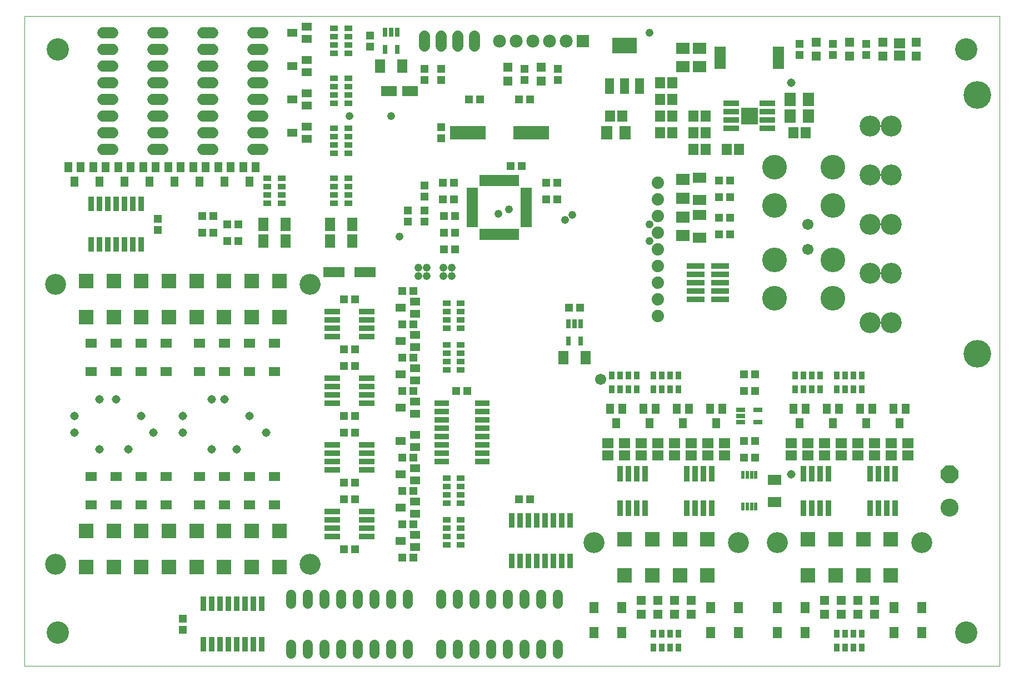
<source format=gts>
G75*
G70*
%OFA0B0*%
%FSLAX24Y24*%
%IPPOS*%
%LPD*%
%AMOC8*
5,1,8,0,0,1.08239X$1,22.5*
%
%ADD10C,0.0000*%
%ADD11R,0.0631X0.0474*%
%ADD12R,0.0513X0.0375*%
%ADD13C,0.0674*%
%ADD14R,0.0474X0.0631*%
%ADD15R,0.0631X0.0789*%
%ADD16R,0.0513X0.0474*%
%ADD17R,0.0340X0.0880*%
%ADD18R,0.0474X0.0513*%
%ADD19R,0.0950X0.0320*%
%ADD20R,0.0907X0.0907*%
%ADD21C,0.1261*%
%ADD22R,0.0659X0.0580*%
%ADD23R,0.0671X0.0592*%
%ADD24R,0.0375X0.0513*%
%ADD25R,0.0320X0.0950*%
%ADD26R,0.0580X0.0659*%
%ADD27R,0.0552X0.0552*%
%ADD28C,0.1661*%
%ADD29R,0.0297X0.0552*%
%ADD30C,0.1480*%
%ADD31R,0.0986X0.0986*%
%ADD32R,0.0592X0.0671*%
%ADD33R,0.0710X0.1379*%
%ADD34R,0.0710X0.0789*%
%ADD35R,0.0789X0.0710*%
%ADD36R,0.0560X0.0960*%
%ADD37R,0.1497X0.0946*%
%ADD38R,0.0241X0.0482*%
%ADD39R,0.0789X0.0631*%
%ADD40R,0.0552X0.0316*%
%ADD41R,0.0880X0.0340*%
%ADD42C,0.0600*%
%ADD43R,0.0780X0.0780*%
%ADD44C,0.0780*%
%ADD45R,0.1104X0.0336*%
%ADD46R,0.0198X0.0710*%
%ADD47R,0.0710X0.0198*%
%ADD48C,0.0740*%
%ADD49R,0.2180X0.0840*%
%ADD50C,0.1340*%
%ADD51R,0.1261X0.0631*%
%ADD52C,0.1080*%
%ADD53OC8,0.1080*%
%ADD54R,0.0946X0.0631*%
%ADD55C,0.0476*%
%ADD56C,0.0516*%
%ADD57C,0.0671*%
D10*
X000655Y001159D02*
X000655Y040159D01*
X059155Y040159D01*
X059155Y001159D01*
X000655Y001159D01*
X002025Y003159D02*
X002027Y003209D01*
X002033Y003259D01*
X002043Y003308D01*
X002057Y003356D01*
X002074Y003403D01*
X002095Y003448D01*
X002120Y003492D01*
X002148Y003533D01*
X002180Y003572D01*
X002214Y003609D01*
X002251Y003643D01*
X002291Y003673D01*
X002333Y003700D01*
X002377Y003724D01*
X002423Y003745D01*
X002470Y003761D01*
X002518Y003774D01*
X002568Y003783D01*
X002617Y003788D01*
X002668Y003789D01*
X002718Y003786D01*
X002767Y003779D01*
X002816Y003768D01*
X002864Y003753D01*
X002910Y003735D01*
X002955Y003713D01*
X002998Y003687D01*
X003039Y003658D01*
X003078Y003626D01*
X003114Y003591D01*
X003146Y003553D01*
X003176Y003513D01*
X003203Y003470D01*
X003226Y003426D01*
X003245Y003380D01*
X003261Y003332D01*
X003273Y003283D01*
X003281Y003234D01*
X003285Y003184D01*
X003285Y003134D01*
X003281Y003084D01*
X003273Y003035D01*
X003261Y002986D01*
X003245Y002938D01*
X003226Y002892D01*
X003203Y002848D01*
X003176Y002805D01*
X003146Y002765D01*
X003114Y002727D01*
X003078Y002692D01*
X003039Y002660D01*
X002998Y002631D01*
X002955Y002605D01*
X002910Y002583D01*
X002864Y002565D01*
X002816Y002550D01*
X002767Y002539D01*
X002718Y002532D01*
X002668Y002529D01*
X002617Y002530D01*
X002568Y002535D01*
X002518Y002544D01*
X002470Y002557D01*
X002423Y002573D01*
X002377Y002594D01*
X002333Y002618D01*
X002291Y002645D01*
X002251Y002675D01*
X002214Y002709D01*
X002180Y002746D01*
X002148Y002785D01*
X002120Y002826D01*
X002095Y002870D01*
X002074Y002915D01*
X002057Y002962D01*
X002043Y003010D01*
X002033Y003059D01*
X002027Y003109D01*
X002025Y003159D01*
X001926Y007257D02*
X001928Y007305D01*
X001934Y007353D01*
X001944Y007400D01*
X001957Y007446D01*
X001975Y007491D01*
X001995Y007535D01*
X002020Y007577D01*
X002048Y007616D01*
X002078Y007653D01*
X002112Y007687D01*
X002149Y007719D01*
X002187Y007748D01*
X002228Y007773D01*
X002271Y007795D01*
X002316Y007813D01*
X002362Y007827D01*
X002409Y007838D01*
X002457Y007845D01*
X002505Y007848D01*
X002553Y007847D01*
X002601Y007842D01*
X002649Y007833D01*
X002695Y007821D01*
X002740Y007804D01*
X002784Y007784D01*
X002826Y007761D01*
X002866Y007734D01*
X002904Y007704D01*
X002939Y007671D01*
X002971Y007635D01*
X003001Y007597D01*
X003027Y007556D01*
X003049Y007513D01*
X003069Y007469D01*
X003084Y007424D01*
X003096Y007377D01*
X003104Y007329D01*
X003108Y007281D01*
X003108Y007233D01*
X003104Y007185D01*
X003096Y007137D01*
X003084Y007090D01*
X003069Y007045D01*
X003049Y007001D01*
X003027Y006958D01*
X003001Y006917D01*
X002971Y006879D01*
X002939Y006843D01*
X002904Y006810D01*
X002866Y006780D01*
X002826Y006753D01*
X002784Y006730D01*
X002740Y006710D01*
X002695Y006693D01*
X002649Y006681D01*
X002601Y006672D01*
X002553Y006667D01*
X002505Y006666D01*
X002457Y006669D01*
X002409Y006676D01*
X002362Y006687D01*
X002316Y006701D01*
X002271Y006719D01*
X002228Y006741D01*
X002187Y006766D01*
X002149Y006795D01*
X002112Y006827D01*
X002078Y006861D01*
X002048Y006898D01*
X002020Y006937D01*
X001995Y006979D01*
X001975Y007023D01*
X001957Y007068D01*
X001944Y007114D01*
X001934Y007161D01*
X001928Y007209D01*
X001926Y007257D01*
X017202Y007257D02*
X017204Y007305D01*
X017210Y007353D01*
X017220Y007400D01*
X017233Y007446D01*
X017251Y007491D01*
X017271Y007535D01*
X017296Y007577D01*
X017324Y007616D01*
X017354Y007653D01*
X017388Y007687D01*
X017425Y007719D01*
X017463Y007748D01*
X017504Y007773D01*
X017547Y007795D01*
X017592Y007813D01*
X017638Y007827D01*
X017685Y007838D01*
X017733Y007845D01*
X017781Y007848D01*
X017829Y007847D01*
X017877Y007842D01*
X017925Y007833D01*
X017971Y007821D01*
X018016Y007804D01*
X018060Y007784D01*
X018102Y007761D01*
X018142Y007734D01*
X018180Y007704D01*
X018215Y007671D01*
X018247Y007635D01*
X018277Y007597D01*
X018303Y007556D01*
X018325Y007513D01*
X018345Y007469D01*
X018360Y007424D01*
X018372Y007377D01*
X018380Y007329D01*
X018384Y007281D01*
X018384Y007233D01*
X018380Y007185D01*
X018372Y007137D01*
X018360Y007090D01*
X018345Y007045D01*
X018325Y007001D01*
X018303Y006958D01*
X018277Y006917D01*
X018247Y006879D01*
X018215Y006843D01*
X018180Y006810D01*
X018142Y006780D01*
X018102Y006753D01*
X018060Y006730D01*
X018016Y006710D01*
X017971Y006693D01*
X017925Y006681D01*
X017877Y006672D01*
X017829Y006667D01*
X017781Y006666D01*
X017733Y006669D01*
X017685Y006676D01*
X017638Y006687D01*
X017592Y006701D01*
X017547Y006719D01*
X017504Y006741D01*
X017463Y006766D01*
X017425Y006795D01*
X017388Y006827D01*
X017354Y006861D01*
X017324Y006898D01*
X017296Y006937D01*
X017271Y006979D01*
X017251Y007023D01*
X017233Y007068D01*
X017220Y007114D01*
X017210Y007161D01*
X017204Y007209D01*
X017202Y007257D01*
X034233Y008561D02*
X034235Y008609D01*
X034241Y008657D01*
X034251Y008704D01*
X034264Y008750D01*
X034282Y008795D01*
X034302Y008839D01*
X034327Y008881D01*
X034355Y008920D01*
X034385Y008957D01*
X034419Y008991D01*
X034456Y009023D01*
X034494Y009052D01*
X034535Y009077D01*
X034578Y009099D01*
X034623Y009117D01*
X034669Y009131D01*
X034716Y009142D01*
X034764Y009149D01*
X034812Y009152D01*
X034860Y009151D01*
X034908Y009146D01*
X034956Y009137D01*
X035002Y009125D01*
X035047Y009108D01*
X035091Y009088D01*
X035133Y009065D01*
X035173Y009038D01*
X035211Y009008D01*
X035246Y008975D01*
X035278Y008939D01*
X035308Y008901D01*
X035334Y008860D01*
X035356Y008817D01*
X035376Y008773D01*
X035391Y008728D01*
X035403Y008681D01*
X035411Y008633D01*
X035415Y008585D01*
X035415Y008537D01*
X035411Y008489D01*
X035403Y008441D01*
X035391Y008394D01*
X035376Y008349D01*
X035356Y008305D01*
X035334Y008262D01*
X035308Y008221D01*
X035278Y008183D01*
X035246Y008147D01*
X035211Y008114D01*
X035173Y008084D01*
X035133Y008057D01*
X035091Y008034D01*
X035047Y008014D01*
X035002Y007997D01*
X034956Y007985D01*
X034908Y007976D01*
X034860Y007971D01*
X034812Y007970D01*
X034764Y007973D01*
X034716Y007980D01*
X034669Y007991D01*
X034623Y008005D01*
X034578Y008023D01*
X034535Y008045D01*
X034494Y008070D01*
X034456Y008099D01*
X034419Y008131D01*
X034385Y008165D01*
X034355Y008202D01*
X034327Y008241D01*
X034302Y008283D01*
X034282Y008327D01*
X034264Y008372D01*
X034251Y008418D01*
X034241Y008465D01*
X034235Y008513D01*
X034233Y008561D01*
X042895Y008561D02*
X042897Y008609D01*
X042903Y008657D01*
X042913Y008704D01*
X042926Y008750D01*
X042944Y008795D01*
X042964Y008839D01*
X042989Y008881D01*
X043017Y008920D01*
X043047Y008957D01*
X043081Y008991D01*
X043118Y009023D01*
X043156Y009052D01*
X043197Y009077D01*
X043240Y009099D01*
X043285Y009117D01*
X043331Y009131D01*
X043378Y009142D01*
X043426Y009149D01*
X043474Y009152D01*
X043522Y009151D01*
X043570Y009146D01*
X043618Y009137D01*
X043664Y009125D01*
X043709Y009108D01*
X043753Y009088D01*
X043795Y009065D01*
X043835Y009038D01*
X043873Y009008D01*
X043908Y008975D01*
X043940Y008939D01*
X043970Y008901D01*
X043996Y008860D01*
X044018Y008817D01*
X044038Y008773D01*
X044053Y008728D01*
X044065Y008681D01*
X044073Y008633D01*
X044077Y008585D01*
X044077Y008537D01*
X044073Y008489D01*
X044065Y008441D01*
X044053Y008394D01*
X044038Y008349D01*
X044018Y008305D01*
X043996Y008262D01*
X043970Y008221D01*
X043940Y008183D01*
X043908Y008147D01*
X043873Y008114D01*
X043835Y008084D01*
X043795Y008057D01*
X043753Y008034D01*
X043709Y008014D01*
X043664Y007997D01*
X043618Y007985D01*
X043570Y007976D01*
X043522Y007971D01*
X043474Y007970D01*
X043426Y007973D01*
X043378Y007980D01*
X043331Y007991D01*
X043285Y008005D01*
X043240Y008023D01*
X043197Y008045D01*
X043156Y008070D01*
X043118Y008099D01*
X043081Y008131D01*
X043047Y008165D01*
X043017Y008202D01*
X042989Y008241D01*
X042964Y008283D01*
X042944Y008327D01*
X042926Y008372D01*
X042913Y008418D01*
X042903Y008465D01*
X042897Y008513D01*
X042895Y008561D01*
X045233Y008561D02*
X045235Y008609D01*
X045241Y008657D01*
X045251Y008704D01*
X045264Y008750D01*
X045282Y008795D01*
X045302Y008839D01*
X045327Y008881D01*
X045355Y008920D01*
X045385Y008957D01*
X045419Y008991D01*
X045456Y009023D01*
X045494Y009052D01*
X045535Y009077D01*
X045578Y009099D01*
X045623Y009117D01*
X045669Y009131D01*
X045716Y009142D01*
X045764Y009149D01*
X045812Y009152D01*
X045860Y009151D01*
X045908Y009146D01*
X045956Y009137D01*
X046002Y009125D01*
X046047Y009108D01*
X046091Y009088D01*
X046133Y009065D01*
X046173Y009038D01*
X046211Y009008D01*
X046246Y008975D01*
X046278Y008939D01*
X046308Y008901D01*
X046334Y008860D01*
X046356Y008817D01*
X046376Y008773D01*
X046391Y008728D01*
X046403Y008681D01*
X046411Y008633D01*
X046415Y008585D01*
X046415Y008537D01*
X046411Y008489D01*
X046403Y008441D01*
X046391Y008394D01*
X046376Y008349D01*
X046356Y008305D01*
X046334Y008262D01*
X046308Y008221D01*
X046278Y008183D01*
X046246Y008147D01*
X046211Y008114D01*
X046173Y008084D01*
X046133Y008057D01*
X046091Y008034D01*
X046047Y008014D01*
X046002Y007997D01*
X045956Y007985D01*
X045908Y007976D01*
X045860Y007971D01*
X045812Y007970D01*
X045764Y007973D01*
X045716Y007980D01*
X045669Y007991D01*
X045623Y008005D01*
X045578Y008023D01*
X045535Y008045D01*
X045494Y008070D01*
X045456Y008099D01*
X045419Y008131D01*
X045385Y008165D01*
X045355Y008202D01*
X045327Y008241D01*
X045302Y008283D01*
X045282Y008327D01*
X045264Y008372D01*
X045251Y008418D01*
X045241Y008465D01*
X045235Y008513D01*
X045233Y008561D01*
X053895Y008561D02*
X053897Y008609D01*
X053903Y008657D01*
X053913Y008704D01*
X053926Y008750D01*
X053944Y008795D01*
X053964Y008839D01*
X053989Y008881D01*
X054017Y008920D01*
X054047Y008957D01*
X054081Y008991D01*
X054118Y009023D01*
X054156Y009052D01*
X054197Y009077D01*
X054240Y009099D01*
X054285Y009117D01*
X054331Y009131D01*
X054378Y009142D01*
X054426Y009149D01*
X054474Y009152D01*
X054522Y009151D01*
X054570Y009146D01*
X054618Y009137D01*
X054664Y009125D01*
X054709Y009108D01*
X054753Y009088D01*
X054795Y009065D01*
X054835Y009038D01*
X054873Y009008D01*
X054908Y008975D01*
X054940Y008939D01*
X054970Y008901D01*
X054996Y008860D01*
X055018Y008817D01*
X055038Y008773D01*
X055053Y008728D01*
X055065Y008681D01*
X055073Y008633D01*
X055077Y008585D01*
X055077Y008537D01*
X055073Y008489D01*
X055065Y008441D01*
X055053Y008394D01*
X055038Y008349D01*
X055018Y008305D01*
X054996Y008262D01*
X054970Y008221D01*
X054940Y008183D01*
X054908Y008147D01*
X054873Y008114D01*
X054835Y008084D01*
X054795Y008057D01*
X054753Y008034D01*
X054709Y008014D01*
X054664Y007997D01*
X054618Y007985D01*
X054570Y007976D01*
X054522Y007971D01*
X054474Y007970D01*
X054426Y007973D01*
X054378Y007980D01*
X054331Y007991D01*
X054285Y008005D01*
X054240Y008023D01*
X054197Y008045D01*
X054156Y008070D01*
X054118Y008099D01*
X054081Y008131D01*
X054047Y008165D01*
X054017Y008202D01*
X053989Y008241D01*
X053964Y008283D01*
X053944Y008327D01*
X053926Y008372D01*
X053913Y008418D01*
X053903Y008465D01*
X053897Y008513D01*
X053895Y008561D01*
X056525Y003159D02*
X056527Y003209D01*
X056533Y003259D01*
X056543Y003308D01*
X056557Y003356D01*
X056574Y003403D01*
X056595Y003448D01*
X056620Y003492D01*
X056648Y003533D01*
X056680Y003572D01*
X056714Y003609D01*
X056751Y003643D01*
X056791Y003673D01*
X056833Y003700D01*
X056877Y003724D01*
X056923Y003745D01*
X056970Y003761D01*
X057018Y003774D01*
X057068Y003783D01*
X057117Y003788D01*
X057168Y003789D01*
X057218Y003786D01*
X057267Y003779D01*
X057316Y003768D01*
X057364Y003753D01*
X057410Y003735D01*
X057455Y003713D01*
X057498Y003687D01*
X057539Y003658D01*
X057578Y003626D01*
X057614Y003591D01*
X057646Y003553D01*
X057676Y003513D01*
X057703Y003470D01*
X057726Y003426D01*
X057745Y003380D01*
X057761Y003332D01*
X057773Y003283D01*
X057781Y003234D01*
X057785Y003184D01*
X057785Y003134D01*
X057781Y003084D01*
X057773Y003035D01*
X057761Y002986D01*
X057745Y002938D01*
X057726Y002892D01*
X057703Y002848D01*
X057676Y002805D01*
X057646Y002765D01*
X057614Y002727D01*
X057578Y002692D01*
X057539Y002660D01*
X057498Y002631D01*
X057455Y002605D01*
X057410Y002583D01*
X057364Y002565D01*
X057316Y002550D01*
X057267Y002539D01*
X057218Y002532D01*
X057168Y002529D01*
X057117Y002530D01*
X057068Y002535D01*
X057018Y002544D01*
X056970Y002557D01*
X056923Y002573D01*
X056877Y002594D01*
X056833Y002618D01*
X056791Y002645D01*
X056751Y002675D01*
X056714Y002709D01*
X056680Y002746D01*
X056648Y002785D01*
X056620Y002826D01*
X056595Y002870D01*
X056574Y002915D01*
X056557Y002962D01*
X056543Y003010D01*
X056533Y003059D01*
X056527Y003109D01*
X056525Y003159D01*
X017202Y024061D02*
X017204Y024109D01*
X017210Y024157D01*
X017220Y024204D01*
X017233Y024250D01*
X017251Y024295D01*
X017271Y024339D01*
X017296Y024381D01*
X017324Y024420D01*
X017354Y024457D01*
X017388Y024491D01*
X017425Y024523D01*
X017463Y024552D01*
X017504Y024577D01*
X017547Y024599D01*
X017592Y024617D01*
X017638Y024631D01*
X017685Y024642D01*
X017733Y024649D01*
X017781Y024652D01*
X017829Y024651D01*
X017877Y024646D01*
X017925Y024637D01*
X017971Y024625D01*
X018016Y024608D01*
X018060Y024588D01*
X018102Y024565D01*
X018142Y024538D01*
X018180Y024508D01*
X018215Y024475D01*
X018247Y024439D01*
X018277Y024401D01*
X018303Y024360D01*
X018325Y024317D01*
X018345Y024273D01*
X018360Y024228D01*
X018372Y024181D01*
X018380Y024133D01*
X018384Y024085D01*
X018384Y024037D01*
X018380Y023989D01*
X018372Y023941D01*
X018360Y023894D01*
X018345Y023849D01*
X018325Y023805D01*
X018303Y023762D01*
X018277Y023721D01*
X018247Y023683D01*
X018215Y023647D01*
X018180Y023614D01*
X018142Y023584D01*
X018102Y023557D01*
X018060Y023534D01*
X018016Y023514D01*
X017971Y023497D01*
X017925Y023485D01*
X017877Y023476D01*
X017829Y023471D01*
X017781Y023470D01*
X017733Y023473D01*
X017685Y023480D01*
X017638Y023491D01*
X017592Y023505D01*
X017547Y023523D01*
X017504Y023545D01*
X017463Y023570D01*
X017425Y023599D01*
X017388Y023631D01*
X017354Y023665D01*
X017324Y023702D01*
X017296Y023741D01*
X017271Y023783D01*
X017251Y023827D01*
X017233Y023872D01*
X017220Y023918D01*
X017210Y023965D01*
X017204Y024013D01*
X017202Y024061D01*
X001926Y024061D02*
X001928Y024109D01*
X001934Y024157D01*
X001944Y024204D01*
X001957Y024250D01*
X001975Y024295D01*
X001995Y024339D01*
X002020Y024381D01*
X002048Y024420D01*
X002078Y024457D01*
X002112Y024491D01*
X002149Y024523D01*
X002187Y024552D01*
X002228Y024577D01*
X002271Y024599D01*
X002316Y024617D01*
X002362Y024631D01*
X002409Y024642D01*
X002457Y024649D01*
X002505Y024652D01*
X002553Y024651D01*
X002601Y024646D01*
X002649Y024637D01*
X002695Y024625D01*
X002740Y024608D01*
X002784Y024588D01*
X002826Y024565D01*
X002866Y024538D01*
X002904Y024508D01*
X002939Y024475D01*
X002971Y024439D01*
X003001Y024401D01*
X003027Y024360D01*
X003049Y024317D01*
X003069Y024273D01*
X003084Y024228D01*
X003096Y024181D01*
X003104Y024133D01*
X003108Y024085D01*
X003108Y024037D01*
X003104Y023989D01*
X003096Y023941D01*
X003084Y023894D01*
X003069Y023849D01*
X003049Y023805D01*
X003027Y023762D01*
X003001Y023721D01*
X002971Y023683D01*
X002939Y023647D01*
X002904Y023614D01*
X002866Y023584D01*
X002826Y023557D01*
X002784Y023534D01*
X002740Y023514D01*
X002695Y023497D01*
X002649Y023485D01*
X002601Y023476D01*
X002553Y023471D01*
X002505Y023470D01*
X002457Y023473D01*
X002409Y023480D01*
X002362Y023491D01*
X002316Y023505D01*
X002271Y023523D01*
X002228Y023545D01*
X002187Y023570D01*
X002149Y023599D01*
X002112Y023631D01*
X002078Y023665D01*
X002048Y023702D01*
X002020Y023741D01*
X001995Y023783D01*
X001975Y023827D01*
X001957Y023872D01*
X001944Y023918D01*
X001934Y023965D01*
X001928Y024013D01*
X001926Y024061D01*
X002025Y038159D02*
X002027Y038209D01*
X002033Y038259D01*
X002043Y038308D01*
X002057Y038356D01*
X002074Y038403D01*
X002095Y038448D01*
X002120Y038492D01*
X002148Y038533D01*
X002180Y038572D01*
X002214Y038609D01*
X002251Y038643D01*
X002291Y038673D01*
X002333Y038700D01*
X002377Y038724D01*
X002423Y038745D01*
X002470Y038761D01*
X002518Y038774D01*
X002568Y038783D01*
X002617Y038788D01*
X002668Y038789D01*
X002718Y038786D01*
X002767Y038779D01*
X002816Y038768D01*
X002864Y038753D01*
X002910Y038735D01*
X002955Y038713D01*
X002998Y038687D01*
X003039Y038658D01*
X003078Y038626D01*
X003114Y038591D01*
X003146Y038553D01*
X003176Y038513D01*
X003203Y038470D01*
X003226Y038426D01*
X003245Y038380D01*
X003261Y038332D01*
X003273Y038283D01*
X003281Y038234D01*
X003285Y038184D01*
X003285Y038134D01*
X003281Y038084D01*
X003273Y038035D01*
X003261Y037986D01*
X003245Y037938D01*
X003226Y037892D01*
X003203Y037848D01*
X003176Y037805D01*
X003146Y037765D01*
X003114Y037727D01*
X003078Y037692D01*
X003039Y037660D01*
X002998Y037631D01*
X002955Y037605D01*
X002910Y037583D01*
X002864Y037565D01*
X002816Y037550D01*
X002767Y037539D01*
X002718Y037532D01*
X002668Y037529D01*
X002617Y037530D01*
X002568Y037535D01*
X002518Y037544D01*
X002470Y037557D01*
X002423Y037573D01*
X002377Y037594D01*
X002333Y037618D01*
X002291Y037645D01*
X002251Y037675D01*
X002214Y037709D01*
X002180Y037746D01*
X002148Y037785D01*
X002120Y037826D01*
X002095Y037870D01*
X002074Y037915D01*
X002057Y037962D01*
X002043Y038010D01*
X002033Y038059D01*
X002027Y038109D01*
X002025Y038159D01*
X056525Y038159D02*
X056527Y038209D01*
X056533Y038259D01*
X056543Y038308D01*
X056557Y038356D01*
X056574Y038403D01*
X056595Y038448D01*
X056620Y038492D01*
X056648Y038533D01*
X056680Y038572D01*
X056714Y038609D01*
X056751Y038643D01*
X056791Y038673D01*
X056833Y038700D01*
X056877Y038724D01*
X056923Y038745D01*
X056970Y038761D01*
X057018Y038774D01*
X057068Y038783D01*
X057117Y038788D01*
X057168Y038789D01*
X057218Y038786D01*
X057267Y038779D01*
X057316Y038768D01*
X057364Y038753D01*
X057410Y038735D01*
X057455Y038713D01*
X057498Y038687D01*
X057539Y038658D01*
X057578Y038626D01*
X057614Y038591D01*
X057646Y038553D01*
X057676Y038513D01*
X057703Y038470D01*
X057726Y038426D01*
X057745Y038380D01*
X057761Y038332D01*
X057773Y038283D01*
X057781Y038234D01*
X057785Y038184D01*
X057785Y038134D01*
X057781Y038084D01*
X057773Y038035D01*
X057761Y037986D01*
X057745Y037938D01*
X057726Y037892D01*
X057703Y037848D01*
X057676Y037805D01*
X057646Y037765D01*
X057614Y037727D01*
X057578Y037692D01*
X057539Y037660D01*
X057498Y037631D01*
X057455Y037605D01*
X057410Y037583D01*
X057364Y037565D01*
X057316Y037550D01*
X057267Y037539D01*
X057218Y037532D01*
X057168Y037529D01*
X057117Y037530D01*
X057068Y037535D01*
X057018Y037544D01*
X056970Y037557D01*
X056923Y037573D01*
X056877Y037594D01*
X056833Y037618D01*
X056791Y037645D01*
X056751Y037675D01*
X056714Y037709D01*
X056680Y037746D01*
X056648Y037785D01*
X056620Y037826D01*
X056595Y037870D01*
X056574Y037915D01*
X056557Y037962D01*
X056543Y038010D01*
X056533Y038059D01*
X056527Y038109D01*
X056525Y038159D01*
D11*
X024088Y023033D03*
X024088Y022285D03*
X023222Y022659D03*
X024088Y021033D03*
X024088Y020285D03*
X023222Y020659D03*
X024088Y019033D03*
X024088Y018285D03*
X023222Y018659D03*
X024088Y017033D03*
X024088Y016285D03*
X023222Y016659D03*
X024088Y015033D03*
X024088Y014285D03*
X023222Y014659D03*
X024088Y013033D03*
X024088Y012285D03*
X023222Y012659D03*
X024088Y011033D03*
X024088Y010285D03*
X023222Y010659D03*
X024088Y009033D03*
X024088Y008285D03*
X023222Y008659D03*
X017588Y032785D03*
X017588Y033533D03*
X016722Y033159D03*
X017588Y034785D03*
X017588Y035533D03*
X016722Y035159D03*
X017588Y036785D03*
X017588Y037533D03*
X016722Y037159D03*
X017588Y038785D03*
X017588Y039533D03*
X016722Y039159D03*
D12*
X019234Y038909D03*
X019234Y039409D03*
X020076Y039409D03*
X020076Y038909D03*
X020076Y038409D03*
X020076Y037909D03*
X019234Y037909D03*
X019234Y038409D03*
X019234Y036409D03*
X019234Y035909D03*
X019234Y035409D03*
X019234Y034909D03*
X020076Y034909D03*
X020076Y035409D03*
X020076Y035909D03*
X020076Y036409D03*
X020076Y033409D03*
X020076Y032909D03*
X020076Y032409D03*
X019234Y032409D03*
X019234Y032909D03*
X019234Y033409D03*
X019234Y031909D03*
X020076Y031909D03*
X020076Y030409D03*
X020076Y029909D03*
X019234Y029909D03*
X019234Y030409D03*
X019234Y029409D03*
X019234Y028909D03*
X020076Y028909D03*
X020076Y029409D03*
X016076Y029409D03*
X016076Y028909D03*
X015234Y028909D03*
X015234Y029409D03*
X015234Y029909D03*
X015234Y030409D03*
X016076Y030409D03*
X016076Y029909D03*
X025984Y022909D03*
X025984Y022409D03*
X025984Y021909D03*
X025984Y021409D03*
X026826Y021409D03*
X026826Y021909D03*
X026826Y022409D03*
X026826Y022909D03*
X026826Y020409D03*
X026826Y019909D03*
X026826Y019409D03*
X026826Y018909D03*
X025984Y018909D03*
X025984Y019409D03*
X025984Y019909D03*
X025984Y020409D03*
X025984Y012409D03*
X025984Y011909D03*
X026826Y011909D03*
X026826Y012409D03*
X026826Y011409D03*
X026826Y010909D03*
X025984Y010909D03*
X025984Y011409D03*
X025984Y009909D03*
X026826Y009909D03*
X026826Y009409D03*
X026826Y008909D03*
X026826Y008409D03*
X025984Y008409D03*
X025984Y008909D03*
X025984Y009409D03*
D13*
X014952Y032159D02*
X014358Y032159D01*
X014358Y033159D02*
X014952Y033159D01*
X014952Y034159D02*
X014358Y034159D01*
X014358Y035159D02*
X014952Y035159D01*
X014952Y036159D02*
X014358Y036159D01*
X014358Y037159D02*
X014952Y037159D01*
X014952Y038159D02*
X014358Y038159D01*
X014358Y039159D02*
X014952Y039159D01*
X011952Y039159D02*
X011358Y039159D01*
X011358Y038159D02*
X011952Y038159D01*
X011952Y037159D02*
X011358Y037159D01*
X011358Y036159D02*
X011952Y036159D01*
X011952Y035159D02*
X011358Y035159D01*
X011358Y034159D02*
X011952Y034159D01*
X011952Y033159D02*
X011358Y033159D01*
X011358Y032159D02*
X011952Y032159D01*
X008952Y032159D02*
X008358Y032159D01*
X008358Y033159D02*
X008952Y033159D01*
X008952Y034159D02*
X008358Y034159D01*
X008358Y035159D02*
X008952Y035159D01*
X008952Y036159D02*
X008358Y036159D01*
X008358Y037159D02*
X008952Y037159D01*
X008952Y038159D02*
X008358Y038159D01*
X008358Y039159D02*
X008952Y039159D01*
X005952Y039159D02*
X005358Y039159D01*
X005358Y038159D02*
X005952Y038159D01*
X005952Y037159D02*
X005358Y037159D01*
X005358Y036159D02*
X005952Y036159D01*
X005952Y035159D02*
X005358Y035159D01*
X005358Y034159D02*
X005952Y034159D01*
X005952Y033159D02*
X005358Y033159D01*
X005358Y032159D02*
X005952Y032159D01*
X024655Y038362D02*
X024655Y038956D01*
X025655Y038956D02*
X025655Y038362D01*
X026655Y038362D02*
X026655Y038956D01*
X027655Y038956D02*
X027655Y038362D01*
D14*
X014529Y031092D03*
X013781Y031092D03*
X013029Y031092D03*
X012281Y031092D03*
X011529Y031092D03*
X010781Y031092D03*
X010029Y031092D03*
X009281Y031092D03*
X008529Y031092D03*
X007781Y031092D03*
X007029Y031092D03*
X006281Y031092D03*
X005529Y031092D03*
X004781Y031092D03*
X004029Y031092D03*
X003281Y031092D03*
X003655Y030226D03*
X005155Y030226D03*
X006655Y030226D03*
X008155Y030226D03*
X009655Y030226D03*
X011155Y030226D03*
X012655Y030226D03*
X014155Y030226D03*
X035781Y016592D03*
X036529Y016592D03*
X036155Y015726D03*
X037781Y016592D03*
X038529Y016592D03*
X038155Y015726D03*
X039781Y016592D03*
X040529Y016592D03*
X040155Y015726D03*
X041781Y016592D03*
X042529Y016592D03*
X042155Y015726D03*
X046781Y016592D03*
X047529Y016592D03*
X047155Y015726D03*
X048781Y016592D03*
X049529Y016592D03*
X049155Y015726D03*
X050781Y016592D03*
X051529Y016592D03*
X051155Y015726D03*
X052781Y016592D03*
X053529Y016592D03*
X053155Y015726D03*
D15*
X034324Y019659D03*
X032986Y019659D03*
X020324Y026659D03*
X020324Y027659D03*
X018986Y027659D03*
X018986Y026659D03*
X016324Y026659D03*
X016324Y027659D03*
X014986Y027659D03*
X014986Y026659D03*
X021986Y037159D03*
X023324Y037159D03*
D16*
X024655Y036994D03*
X025655Y036994D03*
X025655Y036324D03*
X024655Y036324D03*
X027320Y035159D03*
X027990Y035159D03*
X030320Y035159D03*
X030990Y035159D03*
X030655Y036324D03*
X030655Y036994D03*
X032655Y036994D03*
X032655Y036324D03*
X032615Y030159D03*
X031945Y030159D03*
X031945Y029159D03*
X032615Y029159D03*
X026427Y029159D03*
X025758Y029159D03*
X025758Y030159D03*
X026427Y030159D03*
X024655Y029994D03*
X024655Y029324D03*
X024655Y028494D03*
X024655Y027824D03*
X025820Y028159D03*
X026490Y028159D03*
X033320Y022659D03*
X033990Y022659D03*
X027240Y017659D03*
X026570Y017659D03*
X030320Y011159D03*
X030990Y011159D03*
X043820Y013659D03*
X044490Y013659D03*
X044490Y017659D03*
X043820Y017659D03*
X047155Y037824D03*
X047155Y038494D03*
X049155Y038494D03*
X049155Y037824D03*
X051155Y037824D03*
X051155Y038494D03*
X013490Y027659D03*
X012820Y027659D03*
X011990Y027159D03*
X012820Y026659D03*
X013490Y026659D03*
X011990Y028159D03*
X011320Y028159D03*
X011320Y027159D03*
D17*
X007655Y026449D03*
X007155Y026449D03*
X006655Y026449D03*
X006155Y026449D03*
X005655Y026449D03*
X005155Y026449D03*
X004655Y026449D03*
X004655Y028869D03*
X005155Y028869D03*
X005655Y028869D03*
X006155Y028869D03*
X006655Y028869D03*
X007155Y028869D03*
X007655Y028869D03*
X029905Y009869D03*
X030405Y009869D03*
X030905Y009869D03*
X031405Y009869D03*
X031905Y009869D03*
X032405Y009869D03*
X032905Y009869D03*
X033405Y009869D03*
X033405Y007449D03*
X032905Y007449D03*
X032405Y007449D03*
X031905Y007449D03*
X031405Y007449D03*
X030905Y007449D03*
X030405Y007449D03*
X029905Y007449D03*
X014905Y004869D03*
X014405Y004869D03*
X013905Y004869D03*
X013405Y004869D03*
X012905Y004869D03*
X012405Y004869D03*
X011905Y004869D03*
X011405Y004869D03*
X011405Y002449D03*
X011905Y002449D03*
X012405Y002449D03*
X012905Y002449D03*
X013405Y002449D03*
X013905Y002449D03*
X014405Y002449D03*
X014905Y002449D03*
D18*
X010155Y003324D03*
X010155Y003994D03*
X019820Y008159D03*
X020490Y008159D03*
X023320Y007659D03*
X023990Y007659D03*
X023990Y009659D03*
X023320Y009659D03*
X020490Y011159D03*
X019820Y011159D03*
X019820Y012159D03*
X020490Y012159D03*
X023320Y011659D03*
X023990Y011659D03*
X023990Y013659D03*
X023320Y013659D03*
X020490Y015159D03*
X019820Y015159D03*
X019820Y016159D03*
X020490Y016159D03*
X023320Y017659D03*
X023990Y017659D03*
X023990Y019659D03*
X023320Y019659D03*
X020490Y019159D03*
X019820Y019159D03*
X019820Y020159D03*
X020490Y020159D03*
X023320Y021659D03*
X023990Y021659D03*
X023990Y023659D03*
X023320Y023659D03*
X020490Y023159D03*
X019820Y023159D03*
X025820Y026159D03*
X026490Y026159D03*
X026490Y027159D03*
X025820Y027159D03*
X023655Y027824D03*
X023655Y028494D03*
X029820Y031159D03*
X030490Y031159D03*
X025655Y032824D03*
X025655Y033494D03*
X021405Y038324D03*
X021405Y038994D03*
X008655Y027994D03*
X008655Y027324D03*
X042320Y027034D03*
X042990Y027034D03*
X042990Y028034D03*
X042320Y028034D03*
X042320Y029284D03*
X042990Y029284D03*
X042990Y030284D03*
X042320Y030284D03*
X043820Y018659D03*
X044490Y018659D03*
X044490Y014659D03*
X043820Y014659D03*
D19*
X021185Y014409D03*
X021185Y013909D03*
X021185Y013409D03*
X021185Y012909D03*
X019125Y012909D03*
X019125Y013409D03*
X019125Y013909D03*
X019125Y014409D03*
X019125Y016909D03*
X019125Y017409D03*
X019125Y017909D03*
X019125Y018409D03*
X021185Y018409D03*
X021185Y017909D03*
X021185Y017409D03*
X021185Y016909D03*
X021185Y020909D03*
X021185Y021409D03*
X021185Y021909D03*
X021185Y022409D03*
X019125Y022409D03*
X019125Y021909D03*
X019125Y021409D03*
X019125Y020909D03*
X019125Y010409D03*
X019125Y009909D03*
X019125Y009409D03*
X019125Y008909D03*
X021185Y008909D03*
X021185Y009409D03*
X021185Y009909D03*
X021185Y010409D03*
X043072Y033409D03*
X043072Y033909D03*
X043072Y034409D03*
X043072Y034909D03*
X045238Y034909D03*
X045238Y034409D03*
X045238Y033909D03*
X045238Y033409D03*
D20*
X015943Y024242D03*
X014289Y024242D03*
X012635Y024242D03*
X010982Y024242D03*
X009328Y024242D03*
X007675Y024242D03*
X006021Y024242D03*
X004368Y024242D03*
X004368Y022076D03*
X006021Y022076D03*
X007675Y022076D03*
X009328Y022076D03*
X010982Y022076D03*
X012635Y022076D03*
X014289Y022076D03*
X015943Y022076D03*
X015943Y009242D03*
X014289Y009242D03*
X012635Y009242D03*
X010982Y009242D03*
X009328Y009242D03*
X007675Y009242D03*
X006021Y009242D03*
X004368Y009242D03*
X004368Y007076D03*
X006021Y007076D03*
X007675Y007076D03*
X009328Y007076D03*
X010982Y007076D03*
X012635Y007076D03*
X014289Y007076D03*
X015943Y007076D03*
X036675Y006576D03*
X038328Y006576D03*
X039982Y006576D03*
X041635Y006576D03*
X041635Y008742D03*
X039982Y008742D03*
X038328Y008742D03*
X036675Y008742D03*
X047675Y008742D03*
X049328Y008742D03*
X050982Y008742D03*
X052635Y008742D03*
X052635Y006576D03*
X050982Y006576D03*
X049328Y006576D03*
X047675Y006576D03*
D21*
X045824Y008561D03*
X043486Y008561D03*
X034824Y008561D03*
X017793Y007257D03*
X002517Y007257D03*
X002517Y024061D03*
X017793Y024061D03*
X051403Y024710D03*
X052655Y024710D03*
X052655Y021761D03*
X051403Y021761D03*
X051403Y027659D03*
X052655Y027659D03*
X052655Y030608D03*
X051403Y030608D03*
X051403Y033557D03*
X052655Y033557D03*
X054486Y008561D03*
D22*
X015655Y010813D03*
X014155Y010813D03*
X012655Y010813D03*
X011155Y010813D03*
X009155Y010813D03*
X007655Y010813D03*
X006155Y010813D03*
X004655Y010813D03*
X004655Y012506D03*
X006155Y012506D03*
X007655Y012506D03*
X009155Y012506D03*
X011155Y012506D03*
X012655Y012506D03*
X014155Y012506D03*
X015655Y012506D03*
X015655Y018813D03*
X014155Y018813D03*
X012655Y018813D03*
X011155Y018813D03*
X009155Y018813D03*
X007655Y018813D03*
X006155Y018813D03*
X004655Y018813D03*
X004655Y020506D03*
X006155Y020506D03*
X007655Y020506D03*
X009155Y020506D03*
X011155Y020506D03*
X012655Y020506D03*
X014155Y020506D03*
X015655Y020506D03*
D23*
X035655Y014533D03*
X035655Y013785D03*
X036655Y013785D03*
X037655Y013785D03*
X037655Y014533D03*
X036655Y014533D03*
X038655Y014533D03*
X038655Y013785D03*
X039655Y013785D03*
X040655Y013785D03*
X040655Y014533D03*
X039655Y014533D03*
X041655Y014533D03*
X041655Y013785D03*
X042655Y013785D03*
X042655Y014533D03*
X046655Y014533D03*
X047655Y014533D03*
X047655Y013785D03*
X046655Y013785D03*
X048655Y013785D03*
X048655Y014533D03*
X049655Y014533D03*
X050655Y014533D03*
X050655Y013785D03*
X049655Y013785D03*
X051655Y013785D03*
X051655Y014533D03*
X052655Y014533D03*
X053655Y014533D03*
X053655Y013785D03*
X052655Y013785D03*
X053155Y037785D03*
X053155Y038533D03*
D24*
X050905Y018580D03*
X050405Y018580D03*
X049905Y018580D03*
X049405Y018580D03*
X049405Y017738D03*
X049905Y017738D03*
X050405Y017738D03*
X050905Y017738D03*
X048405Y017738D03*
X047905Y017738D03*
X047405Y017738D03*
X046905Y017738D03*
X046905Y018580D03*
X047405Y018580D03*
X047905Y018580D03*
X048405Y018580D03*
X039905Y018580D03*
X039405Y018580D03*
X038905Y018580D03*
X038405Y018580D03*
X038405Y017738D03*
X038905Y017738D03*
X039405Y017738D03*
X039905Y017738D03*
X037405Y017738D03*
X036905Y017738D03*
X036405Y017738D03*
X035905Y017738D03*
X035905Y018580D03*
X036405Y018580D03*
X036905Y018580D03*
X037405Y018580D03*
X038405Y003080D03*
X038905Y003080D03*
X039405Y003080D03*
X039905Y003080D03*
X039905Y002238D03*
X039405Y002238D03*
X038905Y002238D03*
X038405Y002238D03*
X049405Y002238D03*
X049905Y002238D03*
X050405Y002238D03*
X050905Y002238D03*
X050905Y003080D03*
X050405Y003080D03*
X049905Y003080D03*
X049405Y003080D03*
D25*
X048905Y010629D03*
X048405Y010629D03*
X047905Y010629D03*
X047405Y010629D03*
X047405Y012689D03*
X047905Y012689D03*
X048405Y012689D03*
X048905Y012689D03*
X051405Y012689D03*
X051905Y012689D03*
X052405Y012689D03*
X052905Y012689D03*
X052905Y010629D03*
X052405Y010629D03*
X051905Y010629D03*
X051405Y010629D03*
X041905Y010629D03*
X041405Y010629D03*
X040905Y010629D03*
X040405Y010629D03*
X037905Y010629D03*
X037405Y010629D03*
X036905Y010629D03*
X036405Y010629D03*
X036405Y012689D03*
X036905Y012689D03*
X037405Y012689D03*
X037905Y012689D03*
X040405Y012689D03*
X040905Y012689D03*
X041405Y012689D03*
X041905Y012689D03*
D26*
X041809Y004659D03*
X043502Y004659D03*
X043502Y003159D03*
X041809Y003159D03*
X045809Y003159D03*
X047502Y003159D03*
X047502Y004659D03*
X045809Y004659D03*
X052809Y004659D03*
X054502Y004659D03*
X054502Y003159D03*
X052809Y003159D03*
X036502Y003159D03*
X034809Y003159D03*
X034809Y004659D03*
X036502Y004659D03*
D27*
X037655Y004246D03*
X037655Y005072D03*
X038655Y005072D03*
X038655Y004246D03*
X039655Y004246D03*
X040655Y004246D03*
X040655Y005072D03*
X039655Y005072D03*
X048655Y005072D03*
X048655Y004246D03*
X049655Y004246D03*
X050655Y004246D03*
X050655Y005072D03*
X049655Y005072D03*
X051655Y005072D03*
X051655Y004246D03*
X031655Y036246D03*
X031655Y037072D03*
X029655Y037072D03*
X029655Y036246D03*
X048155Y037746D03*
X048155Y038572D03*
X050155Y038572D03*
X050155Y037746D03*
X052155Y037746D03*
X052155Y038572D03*
X054155Y038572D03*
X054155Y037746D03*
D28*
X057824Y035427D03*
X057824Y019891D03*
D29*
X034029Y020647D03*
X033281Y020647D03*
X033281Y021671D03*
X033655Y021671D03*
X034029Y021671D03*
X023029Y038147D03*
X022281Y038147D03*
X022281Y039171D03*
X022655Y039171D03*
X023029Y039171D03*
D30*
X045655Y031096D03*
X045655Y028796D03*
X049155Y028796D03*
X049155Y031096D03*
X049155Y025522D03*
X049155Y023222D03*
X045655Y023222D03*
X045655Y025522D03*
D31*
X044155Y034159D03*
D32*
X041529Y034159D03*
X040781Y034159D03*
X039529Y034159D03*
X038781Y034159D03*
X038781Y035159D03*
X039529Y035159D03*
X039529Y036159D03*
X038781Y036159D03*
X036529Y034159D03*
X035781Y034159D03*
X038781Y033159D03*
X039529Y033159D03*
X040781Y033159D03*
X041529Y033159D03*
X041529Y032159D03*
X040781Y032159D03*
X042781Y032159D03*
X043529Y032159D03*
X046781Y033159D03*
X047529Y033159D03*
D33*
X045907Y037659D03*
X042403Y037659D03*
D34*
X046604Y035159D03*
X046604Y034159D03*
X047706Y034159D03*
X047706Y035159D03*
X036706Y033159D03*
X035604Y033159D03*
D35*
X040155Y030335D03*
X040155Y029233D03*
X040155Y028085D03*
X040155Y026983D03*
X040155Y037108D03*
X041155Y037108D03*
X041155Y038210D03*
X040155Y038210D03*
D36*
X037565Y035939D03*
X036655Y035939D03*
X035745Y035939D03*
D37*
X036655Y038379D03*
D38*
X043771Y012604D03*
X044027Y012604D03*
X044283Y012604D03*
X044539Y012604D03*
X044539Y010714D03*
X044283Y010714D03*
X044027Y010714D03*
X043771Y010714D03*
D39*
X045655Y010990D03*
X045655Y012328D03*
X041155Y026865D03*
X041155Y028203D03*
X041155Y029115D03*
X041155Y030453D03*
D40*
X043641Y016533D03*
X043641Y016159D03*
X043641Y015785D03*
X044669Y015785D03*
X044669Y016533D03*
D41*
X028115Y016409D03*
X028115Y016909D03*
X028115Y015909D03*
X028115Y015409D03*
X028115Y014909D03*
X028115Y014409D03*
X028115Y013909D03*
X028115Y013409D03*
X025695Y013409D03*
X025695Y013909D03*
X025695Y014409D03*
X025695Y014909D03*
X025695Y015409D03*
X025695Y015909D03*
X025695Y016409D03*
X025695Y016909D03*
D42*
X025655Y005419D02*
X025655Y004899D01*
X026655Y004899D02*
X026655Y005419D01*
X027655Y005419D02*
X027655Y004899D01*
X028655Y004899D02*
X028655Y005419D01*
X029655Y005419D02*
X029655Y004899D01*
X030655Y004899D02*
X030655Y005419D01*
X031655Y005419D02*
X031655Y004899D01*
X032655Y004899D02*
X032655Y005419D01*
X032655Y002419D02*
X032655Y001899D01*
X031655Y001899D02*
X031655Y002419D01*
X030655Y002419D02*
X030655Y001899D01*
X029655Y001899D02*
X029655Y002419D01*
X028655Y002419D02*
X028655Y001899D01*
X027655Y001899D02*
X027655Y002419D01*
X026655Y002419D02*
X026655Y001899D01*
X025655Y001899D02*
X025655Y002419D01*
X023655Y002419D02*
X023655Y001899D01*
X022655Y001899D02*
X022655Y002419D01*
X021655Y002419D02*
X021655Y001899D01*
X020655Y001899D02*
X020655Y002419D01*
X019655Y002419D02*
X019655Y001899D01*
X018655Y001899D02*
X018655Y002419D01*
X017655Y002419D02*
X017655Y001899D01*
X016655Y001899D02*
X016655Y002419D01*
X016655Y004899D02*
X016655Y005419D01*
X017655Y005419D02*
X017655Y004899D01*
X018655Y004899D02*
X018655Y005419D01*
X019655Y005419D02*
X019655Y004899D01*
X020655Y004899D02*
X020655Y005419D01*
X021655Y005419D02*
X021655Y004899D01*
X022655Y004899D02*
X022655Y005419D01*
X023655Y005419D02*
X023655Y004899D01*
D43*
X034155Y038659D03*
D44*
X033155Y038659D03*
X032155Y038659D03*
X031155Y038659D03*
X030155Y038659D03*
X029155Y038659D03*
D45*
X040927Y025159D03*
X040927Y024659D03*
X040927Y024159D03*
X040927Y023659D03*
X040927Y023159D03*
X042383Y023159D03*
X042383Y023659D03*
X042383Y024159D03*
X042383Y024659D03*
X042383Y025159D03*
D46*
X030238Y027045D03*
X030041Y027045D03*
X029844Y027045D03*
X029647Y027045D03*
X029450Y027045D03*
X029254Y027045D03*
X029057Y027045D03*
X028860Y027045D03*
X028663Y027045D03*
X028466Y027045D03*
X028269Y027045D03*
X028072Y027045D03*
X028072Y030273D03*
X028269Y030273D03*
X028466Y030273D03*
X028663Y030273D03*
X028860Y030273D03*
X029057Y030273D03*
X029254Y030273D03*
X029450Y030273D03*
X029647Y030273D03*
X029844Y030273D03*
X030041Y030273D03*
X030238Y030273D03*
D47*
X030769Y029742D03*
X030769Y029545D03*
X030769Y029348D03*
X030769Y029151D03*
X030769Y028954D03*
X030769Y028757D03*
X030769Y028561D03*
X030769Y028364D03*
X030769Y028167D03*
X030769Y027970D03*
X030769Y027773D03*
X030769Y027576D03*
X027541Y027576D03*
X027541Y027773D03*
X027541Y027970D03*
X027541Y028167D03*
X027541Y028364D03*
X027541Y028561D03*
X027541Y028757D03*
X027541Y028954D03*
X027541Y029151D03*
X027541Y029348D03*
X027541Y029545D03*
X027541Y029742D03*
D48*
X038655Y030159D03*
X038655Y029159D03*
X038655Y028159D03*
X038655Y027159D03*
X038655Y026159D03*
X038655Y025159D03*
X038655Y024159D03*
X038655Y023159D03*
X038655Y022159D03*
D49*
X031055Y033159D03*
X027255Y033159D03*
D50*
X002655Y038159D03*
X002655Y003159D03*
X057155Y003159D03*
X057155Y038159D03*
D51*
X021100Y024784D03*
X019210Y024784D03*
D52*
X056155Y010659D03*
D53*
X056155Y012659D03*
D54*
X023785Y035659D03*
X022525Y035659D03*
D55*
X022655Y034159D03*
X020155Y034159D03*
X029093Y028284D03*
X029718Y028534D03*
X033093Y027909D03*
X033530Y028222D03*
X038155Y027659D03*
X038155Y026659D03*
X026280Y025034D03*
X025780Y025034D03*
X025780Y024534D03*
X026280Y024534D03*
X024780Y024534D03*
X024280Y024534D03*
X024280Y025034D03*
X024780Y025034D03*
X023155Y026909D03*
X038155Y039159D03*
D56*
X046655Y036159D03*
X015155Y015159D03*
X014155Y016159D03*
X012655Y017159D03*
X011905Y017159D03*
X010155Y016159D03*
X010155Y015159D03*
X008405Y015159D03*
X007655Y016159D03*
X006155Y017159D03*
X005155Y017159D03*
X003655Y016159D03*
X003655Y015159D03*
X005155Y014159D03*
X006905Y014159D03*
X011905Y014159D03*
X013405Y014159D03*
X046655Y012659D03*
D57*
X035218Y018347D03*
X047655Y026159D03*
X047655Y027659D03*
M02*

</source>
